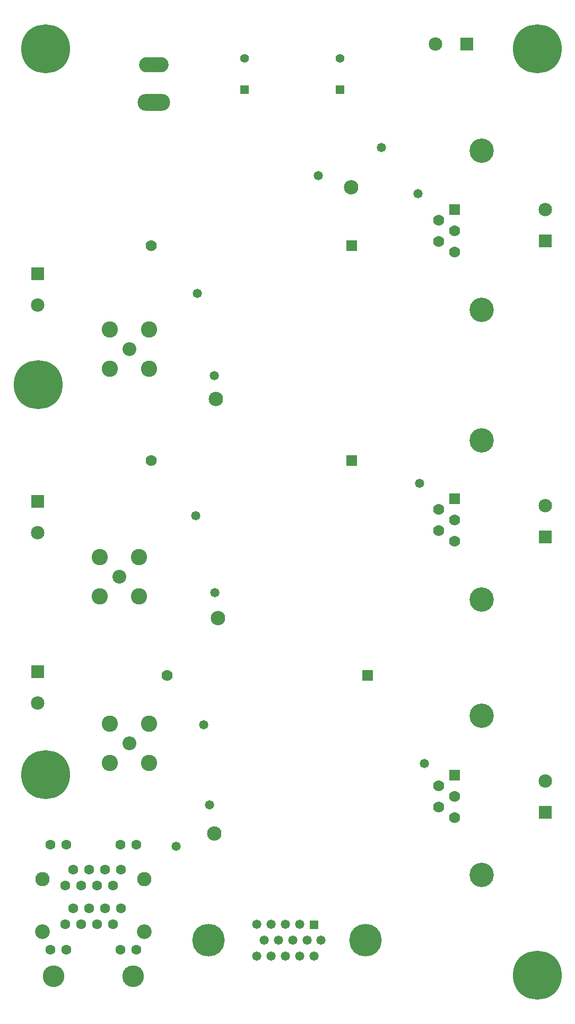
<source format=gbs>
G04*
G04 #@! TF.GenerationSoftware,Altium Limited,Altium Designer,21.2.2 (38)*
G04*
G04 Layer_Color=16711935*
%FSLAX25Y25*%
%MOIN*%
G70*
G04*
G04 #@! TF.SameCoordinates,C702BCCC-9178-47BC-8446-E92931C6D717*
G04*
G04*
G04 #@! TF.FilePolarity,Negative*
G04*
G01*
G75*
%ADD25C,0.06300*%
%ADD26C,0.09200*%
%ADD27C,0.09000*%
%ADD28C,0.13600*%
%ADD29C,0.05600*%
%ADD30R,0.05600X0.05600*%
%ADD31C,0.07000*%
%ADD32R,0.07000X0.07000*%
%ADD33C,0.20485*%
%ADD34C,0.05800*%
%ADD35R,0.05800X0.05800*%
%ADD36R,0.08477X0.08477*%
%ADD37C,0.08477*%
%ADD38R,0.08477X0.08477*%
%ADD39C,0.03800*%
%ADD40C,0.30800*%
%ADD41O,0.20485X0.10642*%
%ADD42O,0.18517X0.09658*%
%ADD43C,0.08674*%
%ADD44C,0.10249*%
%ADD45R,0.07000X0.07000*%
%ADD46C,0.09068*%
%ADD47C,0.15300*%
D25*
X677500Y156000D02*
D03*
X682500Y166000D02*
D03*
X687500Y156000D02*
D03*
X692500Y166000D02*
D03*
X697500Y156000D02*
D03*
X702500Y166000D02*
D03*
X707500Y156000D02*
D03*
X712500Y166000D02*
D03*
X677500Y180500D02*
D03*
X682500Y190500D02*
D03*
X687500Y180500D02*
D03*
X692500Y190500D02*
D03*
X697500Y180500D02*
D03*
X702500Y190500D02*
D03*
X707500Y180500D02*
D03*
X712500Y190500D02*
D03*
X668000Y206000D02*
D03*
X722000D02*
D03*
X678000D02*
D03*
X712000D02*
D03*
X668000Y140000D02*
D03*
X678000D02*
D03*
X712000D02*
D03*
X722000D02*
D03*
D26*
X663000Y151500D02*
D03*
X727000D02*
D03*
D27*
X663000Y184500D02*
D03*
X727000D02*
D03*
D28*
X670000Y123500D02*
D03*
X720000D02*
D03*
D29*
X790000Y700000D02*
D03*
X850000D02*
D03*
D30*
X790000Y680300D02*
D03*
X850000D02*
D03*
D31*
X922000Y223000D02*
D03*
X912000Y229693D02*
D03*
X922000Y236386D02*
D03*
X912000Y243079D02*
D03*
X922000Y396614D02*
D03*
X912000Y403307D02*
D03*
X922000Y410000D02*
D03*
X912000Y416693D02*
D03*
X922000Y578228D02*
D03*
X912000Y584921D02*
D03*
X922000Y591614D02*
D03*
X912000Y598307D02*
D03*
X741500Y312500D02*
D03*
X731500Y447500D02*
D03*
X731500Y582500D02*
D03*
D32*
X922000Y249772D02*
D03*
Y423386D02*
D03*
Y605000D02*
D03*
D33*
X767614Y146000D02*
D03*
X866000D02*
D03*
D34*
X838323D02*
D03*
X829346D02*
D03*
X820370D02*
D03*
X811394D02*
D03*
X802417D02*
D03*
X797929Y156000D02*
D03*
X806905D02*
D03*
X815882D02*
D03*
X824858D02*
D03*
X797929Y136000D02*
D03*
X806905D02*
D03*
X815882D02*
D03*
X824858D02*
D03*
X833835D02*
D03*
X747000Y205000D02*
D03*
X903000Y257000D02*
D03*
X900000Y433000D02*
D03*
X876000Y644000D02*
D03*
X899000Y615000D02*
D03*
X836425Y626375D02*
D03*
X768200Y230900D02*
D03*
X771075Y500825D02*
D03*
X771400Y364400D02*
D03*
X760346Y552454D02*
D03*
X759346Y412646D02*
D03*
X764346Y281446D02*
D03*
D35*
X833756Y155842D02*
D03*
D36*
X929842Y709000D02*
D03*
D37*
X910157D02*
D03*
X979000Y246180D02*
D03*
Y419180D02*
D03*
Y605000D02*
D03*
X660000Y545157D02*
D03*
Y402157D02*
D03*
Y295158D02*
D03*
D38*
X979000Y226495D02*
D03*
Y399495D02*
D03*
Y585315D02*
D03*
X660000Y564843D02*
D03*
Y421842D02*
D03*
Y314843D02*
D03*
D39*
X974000Y135345D02*
D03*
X985250Y124094D02*
D03*
X974000Y112845D02*
D03*
X962750Y124094D02*
D03*
X964157Y130000D02*
D03*
X968095Y133937D02*
D03*
Y114252D02*
D03*
X983842Y118189D02*
D03*
X979906Y133937D02*
D03*
X964157Y118189D02*
D03*
X979906Y114252D02*
D03*
X983842Y130000D02*
D03*
X660500Y506250D02*
D03*
X671750Y495000D02*
D03*
X660500Y483750D02*
D03*
X649250Y495000D02*
D03*
X650658Y500906D02*
D03*
X654595Y504843D02*
D03*
Y485157D02*
D03*
X670342Y489094D02*
D03*
X666405Y504843D02*
D03*
X650658Y489094D02*
D03*
X666405Y485157D02*
D03*
X670342Y500906D02*
D03*
X665000Y261250D02*
D03*
X676250Y250000D02*
D03*
X665000Y238750D02*
D03*
X653750Y250000D02*
D03*
X655158Y255906D02*
D03*
X659094Y259842D02*
D03*
Y240158D02*
D03*
X674843Y244094D02*
D03*
X670905Y259842D02*
D03*
X655158Y244094D02*
D03*
X670905Y240158D02*
D03*
X674843Y255906D02*
D03*
X665000Y717250D02*
D03*
X676250Y706000D02*
D03*
X665000Y694750D02*
D03*
X653750Y706000D02*
D03*
X655158Y711905D02*
D03*
X659094Y715842D02*
D03*
Y696158D02*
D03*
X674843Y700095D02*
D03*
X670905Y715842D02*
D03*
X655158Y700095D02*
D03*
X670905Y696158D02*
D03*
X674843Y711905D02*
D03*
X974000Y717250D02*
D03*
X985250Y706000D02*
D03*
X974000Y694750D02*
D03*
X962750Y706000D02*
D03*
X964157Y711905D02*
D03*
X968095Y715842D02*
D03*
Y696158D02*
D03*
X983842Y700095D02*
D03*
X979906Y715842D02*
D03*
X964157Y700095D02*
D03*
X979906Y696158D02*
D03*
X983842Y711905D02*
D03*
D40*
X974000Y124094D02*
D03*
X660500Y495000D02*
D03*
X665000Y250000D02*
D03*
Y706000D02*
D03*
X974000D02*
D03*
D41*
X733000Y672378D02*
D03*
D42*
Y696000D02*
D03*
D43*
X717677Y269823D02*
D03*
X711500Y374500D02*
D03*
X717677Y517323D02*
D03*
D44*
X705354Y282146D02*
D03*
X730000D02*
D03*
Y257500D02*
D03*
X705354D02*
D03*
X699177Y386823D02*
D03*
X723823D02*
D03*
Y362177D02*
D03*
X699177D02*
D03*
X705354Y505000D02*
D03*
Y529646D02*
D03*
X730000D02*
D03*
Y505000D02*
D03*
D45*
X867500Y312500D02*
D03*
X857500Y447500D02*
D03*
X857500Y582500D02*
D03*
D46*
X771000Y213000D02*
D03*
X773500Y348500D02*
D03*
X772200Y485900D02*
D03*
X857087Y618898D02*
D03*
D47*
X939000Y642000D02*
D03*
Y542000D02*
D03*
Y460000D02*
D03*
Y360000D02*
D03*
Y287000D02*
D03*
Y187000D02*
D03*
M02*

</source>
